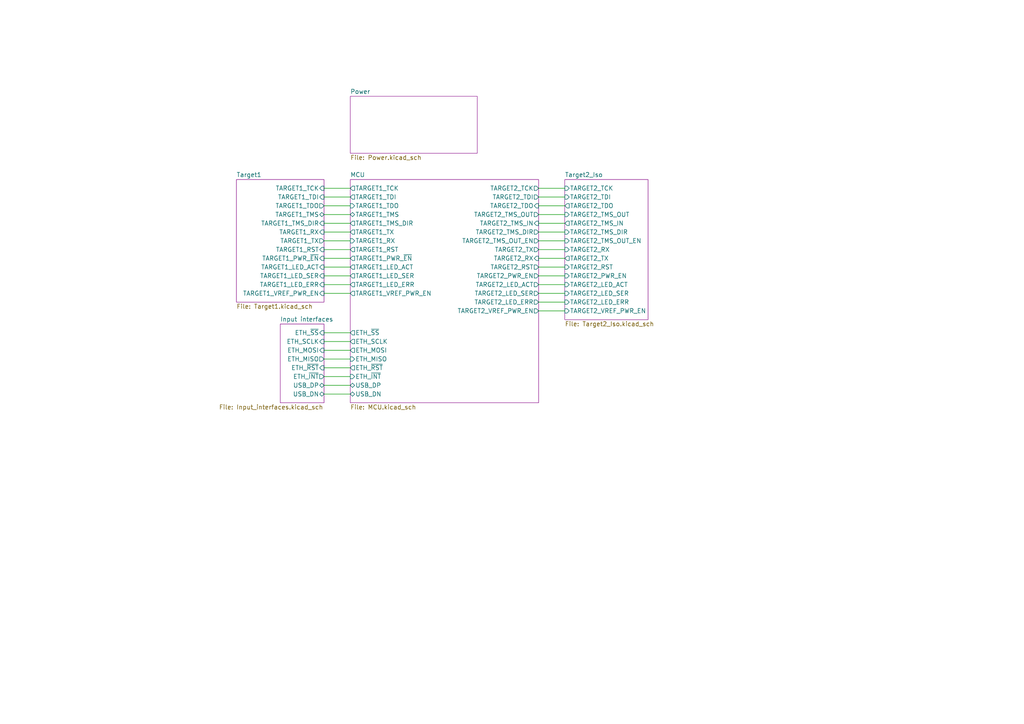
<source format=kicad_sch>
(kicad_sch (version 20210621) (generator eeschema)
  (paper "A4")
  (lib_symbols)
  (wire (pts (xy 93.98 54.61) (xy 101.6 54.61)))
  (wire (pts (xy 93.98 57.15) (xy 101.6 57.15)))
  (wire (pts (xy 93.98 59.69) (xy 101.6 59.69)))
  (wire (pts (xy 93.98 62.23) (xy 101.6 62.23)))
  (wire (pts (xy 93.98 64.77) (xy 101.6 64.77)))
  (wire (pts (xy 93.98 67.31) (xy 101.6 67.31)))
  (wire (pts (xy 93.98 69.85) (xy 101.6 69.85)))
  (wire (pts (xy 93.98 72.39) (xy 101.6 72.39)))
  (wire (pts (xy 93.98 74.93) (xy 101.6 74.93)))
  (wire (pts (xy 93.98 77.47) (xy 101.6 77.47)))
  (wire (pts (xy 93.98 80.01) (xy 101.6 80.01)))
  (wire (pts (xy 93.98 82.55) (xy 101.6 82.55)))
  (wire (pts (xy 93.98 85.09) (xy 101.6 85.09)))
  (wire (pts (xy 93.98 96.52) (xy 101.6 96.52)))
  (wire (pts (xy 93.98 99.06) (xy 101.6 99.06)))
  (wire (pts (xy 93.98 101.6) (xy 101.6 101.6)))
  (wire (pts (xy 93.98 104.14) (xy 101.6 104.14)))
  (wire (pts (xy 93.98 106.68) (xy 101.6 106.68)))
  (wire (pts (xy 93.98 109.22) (xy 101.6 109.22)))
  (wire (pts (xy 93.98 111.76) (xy 101.6 111.76)))
  (wire (pts (xy 93.98 114.3) (xy 101.6 114.3)))
  (wire (pts (xy 156.21 54.61) (xy 163.83 54.61)))
  (wire (pts (xy 156.21 57.15) (xy 163.83 57.15)))
  (wire (pts (xy 156.21 59.69) (xy 163.83 59.69)))
  (wire (pts (xy 156.21 62.23) (xy 163.83 62.23)))
  (wire (pts (xy 156.21 64.77) (xy 163.83 64.77)))
  (wire (pts (xy 156.21 67.31) (xy 163.83 67.31)))
  (wire (pts (xy 156.21 69.85) (xy 163.83 69.85)))
  (wire (pts (xy 156.21 72.39) (xy 163.83 72.39)))
  (wire (pts (xy 156.21 74.93) (xy 163.83 74.93)))
  (wire (pts (xy 156.21 77.47) (xy 163.83 77.47)))
  (wire (pts (xy 156.21 80.01) (xy 163.83 80.01)))
  (wire (pts (xy 156.21 82.55) (xy 163.83 82.55)))
  (wire (pts (xy 156.21 85.09) (xy 163.83 85.09)))
  (wire (pts (xy 156.21 87.63) (xy 163.83 87.63)))
  (wire (pts (xy 156.21 90.17) (xy 163.83 90.17)))
  (sheet (at 81.28 93.98) (size 12.7 22.86) (stroke (width 0.0006) (color 132 0 132 1)) (fill (color 255 255 255 0.0000))
    (property "Имя листа" "Input interfaces" (at 81.28 93.3443 0) (effects (justify left bottom)))
    (property "Файл листа" "Input_interfaces.kicad_sch" (at 63.5 117.3487 0) (effects (justify left top)))
    (pin "ETH_SCLK" input (at 93.98 99.06 0))
    (pin "ETH_MOSI" input (at 93.98 101.6 0))
    (pin "ETH_MISO" output (at 93.98 104.14 0))
    (pin "USB_DP" bidirectional (at 93.98 111.76 0))
    (pin "USB_DN" bidirectional (at 93.98 114.3 0))
    (pin "ETH_~{SS}" input (at 93.98 96.52 0))
    (pin "ETH_~{RST}" input (at 93.98 106.68 0))
    (pin "ETH_~{INT}" output (at 93.98 109.22 0))
  )
  (sheet (at 101.6 52.07) (size 54.61 64.77) (stroke (width 0.0006) (color 132 0 132 1)) (fill (color 255 255 255 0.0000))
    (property "Имя листа" "MCU" (at 101.6 51.4343 0) (effects (justify left bottom)))
    (property "Файл листа" "MCU.kicad_sch" (at 101.6 117.3487 0) (effects (justify left top)))
    (pin "TARGET2_PWR_EN" output (at 156.21 80.01 0))
    (pin "TARGET2_TMS_OUT" output (at 156.21 62.23 0))
    (pin "TARGET2_RX" input (at 156.21 74.93 0))
    (pin "TARGET2_TX" output (at 156.21 72.39 0))
    (pin "TARGET2_TDO" input (at 156.21 59.69 0))
    (pin "TARGET1_TMS" bidirectional (at 101.6 62.23 180))
    (pin "TARGET1_TX" output (at 101.6 67.31 180))
    (pin "TARGET1_TCK" output (at 101.6 54.61 180))
    (pin "TARGET1_RX" input (at 101.6 69.85 180))
    (pin "TARGET2_TMS_OUT_EN" output (at 156.21 69.85 0))
    (pin "TARGET2_RST" output (at 156.21 77.47 0))
    (pin "TARGET2_TCK" output (at 156.21 54.61 0))
    (pin "TARGET2_TMS_DIR" output (at 156.21 67.31 0))
    (pin "TARGET2_TMS_IN" input (at 156.21 64.77 0))
    (pin "TARGET2_TDI" output (at 156.21 57.15 0))
    (pin "ETH_SCLK" output (at 101.6 99.06 180))
    (pin "ETH_MOSI" output (at 101.6 101.6 180))
    (pin "TARGET1_RST" output (at 101.6 72.39 180))
    (pin "TARGET1_TDO" input (at 101.6 59.69 180))
    (pin "TARGET1_TMS_DIR" output (at 101.6 64.77 180))
    (pin "TARGET1_TDI" output (at 101.6 57.15 180))
    (pin "ETH_MISO" input (at 101.6 104.14 180))
    (pin "USB_DN" bidirectional (at 101.6 114.3 180))
    (pin "USB_DP" bidirectional (at 101.6 111.76 180))
    (pin "TARGET1_LED_ERR" output (at 101.6 82.55 180))
    (pin "TARGET1_LED_SER" output (at 101.6 80.01 180))
    (pin "TARGET2_LED_ERR" output (at 156.21 87.63 0))
    (pin "TARGET2_LED_ACT" output (at 156.21 82.55 0))
    (pin "TARGET2_LED_SER" output (at 156.21 85.09 0))
    (pin "TARGET1_LED_ACT" output (at 101.6 77.47 180))
    (pin "ETH_~{SS}" output (at 101.6 96.52 180))
    (pin "ETH_~{INT}" input (at 101.6 109.22 180))
    (pin "ETH_~{RST}" output (at 101.6 106.68 180))
    (pin "TARGET1_PWR_~{EN}" output (at 101.6 74.93 180))
    (pin "TARGET1_VREF_PWR_EN" output (at 101.6 85.09 180))
    (pin "TARGET2_VREF_PWR_EN" output (at 156.21 90.17 0))
  )
  (sheet (at 101.6 27.94) (size 36.83 16.51) (stroke (width 0.0006) (color 132 0 132 1)) (fill (color 255 255 255 0.0000))
    (property "Имя листа" "Power" (at 101.6 27.3043 0) (effects (justify left bottom)))
    (property "Файл листа" "Power.kicad_sch" (at 101.6 44.9587 0) (effects (justify left top)))
  )
  (sheet (at 68.58 52.07) (size 25.4 35.56) (stroke (width 0.0006) (color 132 0 132 1)) (fill (color 255 255 255 0.0000))
    (property "Имя листа" "Target1" (at 68.58 51.4343 0) (effects (justify left bottom)))
    (property "Файл листа" "Target1.kicad_sch" (at 68.58 88.1387 0) (effects (justify left top)))
    (pin "TARGET1_TMS_DIR" input (at 93.98 64.77 0))
    (pin "TARGET1_TMS" bidirectional (at 93.98 62.23 0))
    (pin "TARGET1_TDO" output (at 93.98 59.69 0))
    (pin "TARGET1_TCK" input (at 93.98 54.61 0))
    (pin "TARGET1_TDI" input (at 93.98 57.15 0))
    (pin "TARGET1_LED_ACT" input (at 93.98 77.47 0))
    (pin "TARGET1_LED_SER" input (at 93.98 80.01 0))
    (pin "TARGET1_LED_ERR" input (at 93.98 82.55 0))
    (pin "TARGET1_RST" input (at 93.98 72.39 0))
    (pin "TARGET1_RX" input (at 93.98 67.31 0))
    (pin "TARGET1_TX" output (at 93.98 69.85 0))
    (pin "TARGET1_PWR_~{EN}" input (at 93.98 74.93 0))
    (pin "TARGET1_VREF_PWR_EN" input (at 93.98 85.09 0))
  )
  (sheet (at 163.83 52.07) (size 24.13 40.64) (stroke (width 0.0006) (color 132 0 132 1)) (fill (color 255 255 255 0.0000))
    (property "Имя листа" "Target2_Iso" (at 163.83 51.4343 0) (effects (justify left bottom)))
    (property "Файл листа" "Target2_Iso.kicad_sch" (at 163.83 93.2187 0) (effects (justify left top)))
    (pin "TARGET2_TMS_OUT" input (at 163.83 62.23 180))
    (pin "TARGET2_TX" output (at 163.83 74.93 180))
    (pin "TARGET2_TMS_IN" output (at 163.83 64.77 180))
    (pin "TARGET2_TDO" output (at 163.83 59.69 180))
    (pin "TARGET2_RX" input (at 163.83 72.39 180))
    (pin "TARGET2_RST" input (at 163.83 77.47 180))
    (pin "TARGET2_PWR_EN" input (at 163.83 80.01 180))
    (pin "TARGET2_TMS_DIR" input (at 163.83 67.31 180))
    (pin "TARGET2_TMS_OUT_EN" input (at 163.83 69.85 180))
    (pin "TARGET2_TDI" input (at 163.83 57.15 180))
    (pin "TARGET2_TCK" input (at 163.83 54.61 180))
    (pin "TARGET2_LED_ERR" input (at 163.83 87.63 180))
    (pin "TARGET2_LED_SER" input (at 163.83 85.09 180))
    (pin "TARGET2_LED_ACT" input (at 163.83 82.55 180))
    (pin "TARGET2_VREF_PWR_EN" input (at 163.83 90.17 180))
  )
)
</source>
